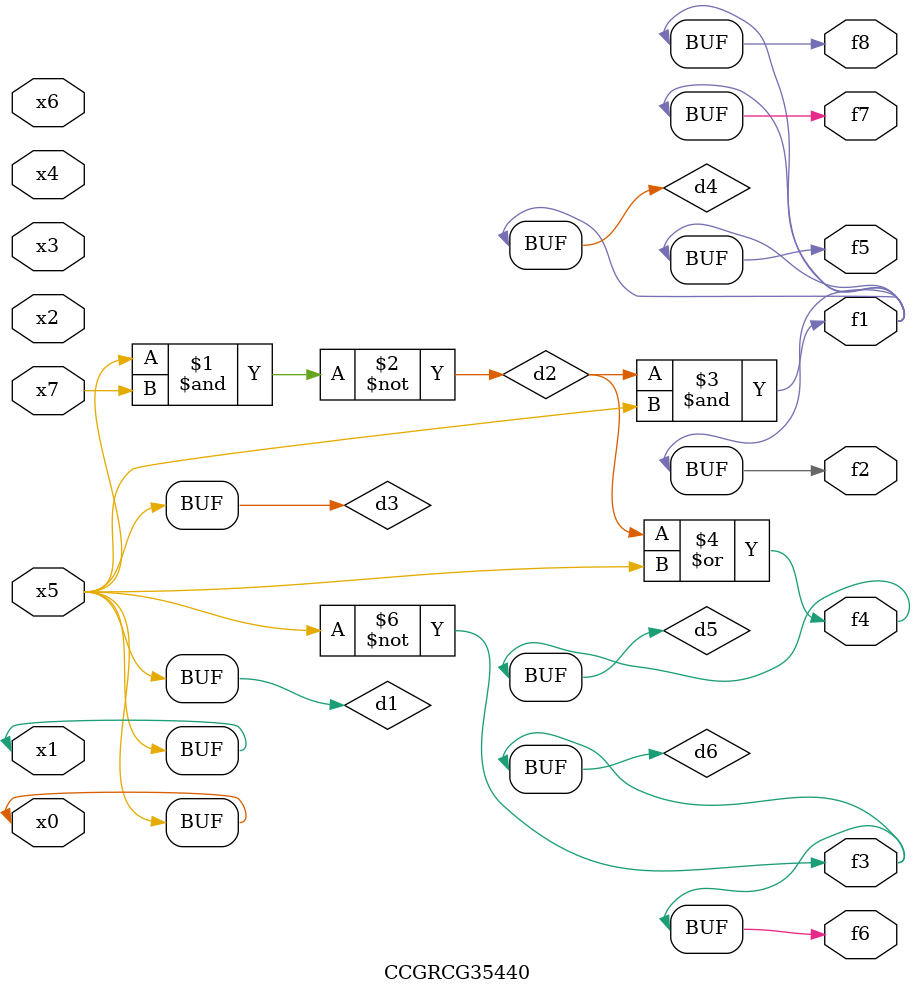
<source format=v>
module CCGRCG35440(
	input x0, x1, x2, x3, x4, x5, x6, x7,
	output f1, f2, f3, f4, f5, f6, f7, f8
);

	wire d1, d2, d3, d4, d5, d6;

	buf (d1, x0, x5);
	nand (d2, x5, x7);
	buf (d3, x0, x1);
	and (d4, d2, d3);
	or (d5, d2, d3);
	nor (d6, d1, d3);
	assign f1 = d4;
	assign f2 = d4;
	assign f3 = d6;
	assign f4 = d5;
	assign f5 = d4;
	assign f6 = d6;
	assign f7 = d4;
	assign f8 = d4;
endmodule

</source>
